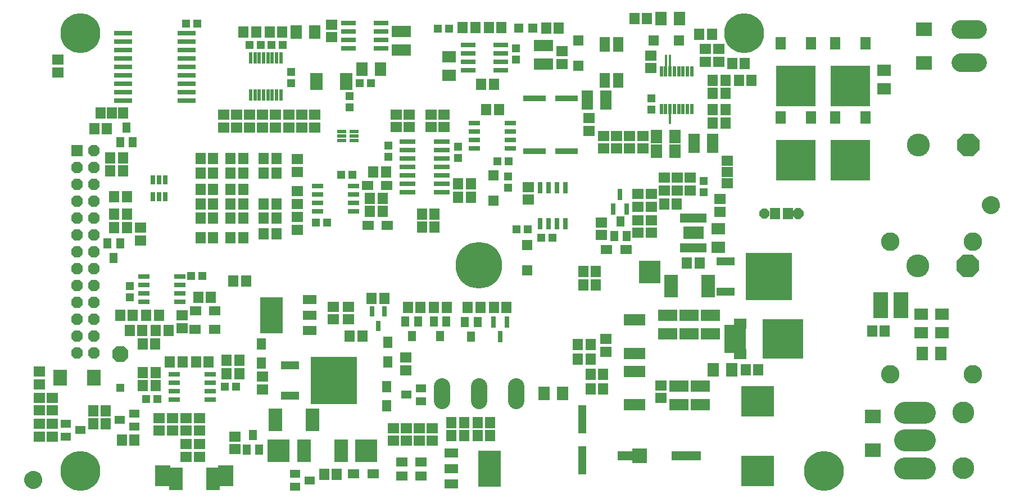
<source format=gts>
G75*
G70*
%OFA0B0*%
%FSLAX24Y24*%
%IPPOS*%
%LPD*%
%AMOC8*
5,1,8,0,0,1.08239X$1,22.5*
%
%ADD10R,0.1275X0.1700*%
%ADD11C,0.0120*%
%ADD12C,0.0140*%
%ADD13R,0.0671X0.0552*%
%ADD14R,0.0513X0.0474*%
%ADD15R,0.0671X0.0592*%
%ADD16R,0.0592X0.0671*%
%ADD17R,0.1143X0.0710*%
%ADD18R,0.0760X0.0270*%
%ADD19R,0.0474X0.0513*%
%ADD20R,0.0218X0.0710*%
%ADD21R,0.1080X0.0300*%
%ADD22R,0.0710X0.0790*%
%ADD23C,0.0973*%
%ADD24C,0.2759*%
%ADD25R,0.0552X0.0671*%
%ADD26R,0.0830X0.0530*%
%ADD27R,0.1375X0.2125*%
%ADD28R,0.0690X0.0316*%
%ADD29R,0.0474X0.0631*%
%ADD30R,0.0631X0.0474*%
%ADD31R,0.0789X0.1340*%
%ADD32R,0.0300X0.0680*%
%ADD33R,0.0300X0.0600*%
%ADD34R,0.1060X0.0450*%
%ADD35R,0.2770X0.2850*%
%ADD36R,0.0710X0.0789*%
%ADD37R,0.0860X0.0300*%
%ADD38R,0.0674X0.0674*%
%ADD39OC8,0.0674*%
%ADD40R,0.2444X0.2365*%
%ADD41R,0.0749X0.0592*%
%ADD42R,0.0789X0.0710*%
%ADD43R,0.1280X0.0680*%
%ADD44R,0.0260X0.0580*%
%ADD45R,0.1240X0.0770*%
%ADD46R,0.1360X0.0380*%
%ADD47R,0.0710X0.1143*%
%ADD48R,0.0790X0.0710*%
%ADD49R,0.0552X0.0552*%
%ADD50R,0.0631X0.0631*%
%ADD51R,0.0220X0.0640*%
%ADD52C,0.1360*%
%ADD53OC8,0.1360*%
%ADD54R,0.2365X0.2444*%
%ADD55R,0.0592X0.0749*%
%ADD56R,0.0316X0.0690*%
%ADD57R,0.0540X0.0220*%
%ADD58R,0.0300X0.0580*%
%ADD59R,0.0946X0.0316*%
%ADD60C,0.1100*%
%ADD61R,0.0510X0.1680*%
%ADD62R,0.0946X0.0789*%
%ADD63R,0.0789X0.0946*%
%ADD64OC8,0.0946*%
%ADD65R,0.0516X0.0516*%
%ADD66R,0.0909X0.1539*%
%ADD67R,0.0631X0.0907*%
%ADD68OC8,0.0640*%
%ADD69OC8,0.0600*%
%ADD70R,0.1939X0.1841*%
%ADD71C,0.1100*%
%ADD72R,0.1720X0.0550*%
%ADD73C,0.0050*%
%ADD74C,0.1299*%
%ADD75C,0.1299*%
%ADD76R,0.0516X0.0516*%
%ADD77C,0.2365*%
D10*
X049053Y044397D03*
D11*
X045190Y057172D02*
X045190Y057972D01*
D12*
X045165Y060247D02*
X045165Y061172D01*
X044940Y061172D02*
X044940Y060247D01*
D13*
X028386Y053497D03*
X027244Y053497D03*
X027269Y051122D03*
X028411Y051122D03*
X018186Y046047D03*
X017044Y046047D03*
X017019Y044947D03*
X018161Y044947D03*
X029269Y037097D03*
X029269Y036247D03*
X030411Y036247D03*
X030411Y037097D03*
X027561Y036372D03*
X026419Y036372D03*
X041419Y049672D03*
X042561Y049672D03*
D14*
X038200Y050372D03*
X037531Y050372D03*
X035590Y053337D03*
X035590Y054006D03*
X035600Y054922D03*
X034931Y054922D03*
X026350Y054122D03*
X025681Y054122D03*
X024850Y051272D03*
X024181Y051272D03*
X017450Y048122D03*
X016781Y048122D03*
X018781Y041547D03*
X019450Y041547D03*
X014775Y040822D03*
X014106Y040822D03*
X026781Y059547D03*
X027450Y059547D03*
X022200Y061822D03*
X021531Y061822D03*
X020900Y061822D03*
X020231Y061822D03*
X017150Y063097D03*
X016481Y063097D03*
D15*
X008890Y060946D03*
X008890Y060198D03*
X018715Y057671D03*
X018715Y056923D03*
X019465Y056923D03*
X019465Y057671D03*
X020240Y057671D03*
X020240Y056923D03*
X021015Y056923D03*
X021015Y057671D03*
X021790Y057671D03*
X021790Y056923D03*
X022565Y056923D03*
X022565Y057671D03*
X023340Y057671D03*
X023340Y056923D03*
X024115Y056923D03*
X024115Y057671D03*
X023065Y055046D03*
X023065Y054298D03*
X023065Y053146D03*
X023065Y052398D03*
X023065Y051601D03*
X023065Y050853D03*
X025215Y046296D03*
X025215Y045548D03*
X026115Y045548D03*
X026115Y046296D03*
X029515Y043271D03*
X029515Y042523D03*
X029540Y039096D03*
X029540Y038348D03*
X028765Y038348D03*
X028765Y039096D03*
X030315Y039096D03*
X030315Y038348D03*
X031090Y038348D03*
X031090Y039096D03*
X021015Y041398D03*
X021015Y042146D03*
X017290Y039696D03*
X016465Y039696D03*
X015665Y039696D03*
X014865Y039696D03*
X014865Y038948D03*
X015665Y038948D03*
X016465Y038948D03*
X016465Y038146D03*
X016465Y037398D03*
X017290Y037398D03*
X017290Y038146D03*
X017290Y038948D03*
X019365Y038596D03*
X019365Y037848D03*
X008540Y038598D03*
X008540Y039346D03*
X007765Y039346D03*
X007765Y038598D03*
X007765Y040148D03*
X007765Y040896D03*
X008540Y040896D03*
X008540Y040148D03*
X007765Y041698D03*
X007765Y042446D03*
X016240Y045023D03*
X016240Y045771D03*
X013765Y050223D03*
X013765Y050971D03*
X028940Y056948D03*
X028940Y057696D03*
X029715Y057696D03*
X029715Y056948D03*
X031015Y056948D03*
X031015Y057696D03*
X031790Y057696D03*
X031790Y056948D03*
X036765Y053396D03*
X036765Y052648D03*
X041115Y051296D03*
X041115Y050548D03*
X043290Y050673D03*
X043290Y051421D03*
X044065Y051421D03*
X044065Y050673D03*
X044065Y052223D03*
X044065Y052971D03*
X043290Y052971D03*
X043290Y052223D03*
X044840Y053198D03*
X044840Y053946D03*
X045615Y053946D03*
X045615Y053198D03*
X046390Y053198D03*
X046390Y053946D03*
X048565Y053628D03*
X048565Y054297D03*
X048565Y054966D03*
X048140Y052671D03*
X048140Y051923D03*
X043565Y055673D03*
X043565Y056421D03*
X042790Y056421D03*
X042790Y055673D03*
X042015Y055673D03*
X042015Y056421D03*
X041240Y056421D03*
X041240Y055673D03*
X040365Y056723D03*
X040365Y057471D03*
X044040Y060448D03*
X044040Y061196D03*
X047290Y060823D03*
X047290Y061571D03*
X048065Y061571D03*
X048065Y060823D03*
X038790Y060698D03*
X038790Y061446D03*
X025115Y062273D03*
X025115Y063021D03*
X041390Y044371D03*
X041390Y043623D03*
X044640Y041621D03*
X044640Y040873D03*
D16*
X041214Y041422D03*
X040466Y041422D03*
X040466Y042272D03*
X041214Y042272D03*
X040464Y043197D03*
X039716Y043197D03*
X039716Y044047D03*
X040464Y044047D03*
X035489Y046247D03*
X034741Y046247D03*
X033939Y046247D03*
X033191Y046247D03*
X031939Y046247D03*
X031191Y046247D03*
X030389Y046247D03*
X029641Y046247D03*
X028239Y046772D03*
X027491Y046772D03*
X026939Y044547D03*
X026191Y044547D03*
X019639Y043104D03*
X018891Y043104D03*
X018891Y042322D03*
X019639Y042322D03*
X017814Y043022D03*
X017066Y043022D03*
X016264Y043022D03*
X015516Y043022D03*
X014671Y042391D03*
X013923Y042391D03*
X013916Y041610D03*
X014664Y041610D03*
X011714Y040122D03*
X010966Y040122D03*
X010966Y039347D03*
X011714Y039347D03*
X012666Y038372D03*
X013414Y038372D03*
X013912Y044098D03*
X014660Y044098D03*
X014691Y044872D03*
X015439Y044872D03*
X014864Y045772D03*
X014116Y045772D03*
X013314Y045772D03*
X012566Y045772D03*
X013141Y044872D03*
X013889Y044872D03*
X017195Y046866D03*
X017943Y046866D03*
X019291Y047822D03*
X020039Y047822D03*
X019864Y050397D03*
X019116Y050397D03*
X018089Y050397D03*
X017341Y050397D03*
X017341Y051547D03*
X018089Y051547D03*
X018089Y052397D03*
X017341Y052397D03*
X017341Y053242D03*
X018089Y053242D03*
X018089Y054222D03*
X017341Y054222D03*
X019116Y054222D03*
X019864Y054222D03*
X019864Y053242D03*
X019116Y053242D03*
X019116Y052397D03*
X019864Y052397D03*
X019864Y051546D03*
X019116Y051546D03*
X021091Y051547D03*
X021839Y051547D03*
X021839Y052397D03*
X021091Y052397D03*
X021091Y054222D03*
X021839Y054222D03*
X021839Y055072D03*
X021091Y055072D03*
X019864Y055072D03*
X019116Y055072D03*
X018089Y055072D03*
X017341Y055072D03*
X012739Y055122D03*
X011991Y055122D03*
X011991Y054347D03*
X012739Y054347D03*
X012964Y052822D03*
X012216Y052822D03*
X012216Y051772D03*
X012964Y051772D03*
X012964Y050997D03*
X012216Y050997D03*
X021091Y050622D03*
X021839Y050622D03*
X027391Y051947D03*
X028139Y051947D03*
X028139Y052722D03*
X027391Y052722D03*
X030466Y051797D03*
X031214Y051797D03*
X031214Y051022D03*
X030466Y051022D03*
X032616Y052797D03*
X033364Y052797D03*
X033364Y053572D03*
X032616Y053572D03*
X028339Y054297D03*
X027591Y054297D03*
X034291Y057997D03*
X035039Y057997D03*
X034739Y059497D03*
X033991Y059497D03*
X033639Y062847D03*
X032891Y062847D03*
X034441Y062847D03*
X035189Y062847D03*
X037841Y062822D03*
X038589Y062822D03*
X043066Y063372D03*
X043814Y063372D03*
X046916Y062447D03*
X047664Y062447D03*
X048866Y060722D03*
X049614Y060722D03*
X049266Y059722D03*
X050014Y059722D03*
X048464Y059722D03*
X047716Y059722D03*
X047716Y058947D03*
X048464Y058947D03*
X048464Y057972D03*
X047716Y057972D03*
X047716Y057197D03*
X048464Y057197D03*
X045589Y052397D03*
X044841Y052397D03*
X046191Y048872D03*
X046939Y048872D03*
X051416Y051822D03*
X052164Y051822D03*
X040789Y048397D03*
X040041Y048397D03*
X040041Y047597D03*
X040789Y047597D03*
X049666Y042547D03*
X050414Y042547D03*
X057166Y044847D03*
X057914Y044847D03*
X034514Y039422D03*
X033766Y039422D03*
X033766Y038647D03*
X034514Y038647D03*
X032964Y038647D03*
X032216Y038647D03*
X032216Y039422D03*
X032964Y039422D03*
X025414Y036347D03*
X024666Y036347D03*
X011789Y056847D03*
X011041Y056847D03*
X011396Y057797D03*
X012065Y057797D03*
X012735Y057797D03*
X019891Y062597D03*
X020639Y062597D03*
X021441Y062597D03*
X022189Y062597D03*
D17*
X029240Y062623D03*
X029240Y061521D03*
X037665Y061773D03*
X037665Y060671D03*
X045040Y045798D03*
X045040Y044696D03*
X046315Y044696D03*
X046315Y045798D03*
X047590Y045798D03*
X047590Y044696D03*
X046990Y041598D03*
X046990Y040496D03*
X045715Y040496D03*
X045715Y041598D03*
D18*
X025970Y059267D03*
X025970Y059517D03*
X025970Y059777D03*
X025970Y060027D03*
X024210Y060027D03*
X024210Y059777D03*
X024210Y059517D03*
X024210Y059267D03*
D19*
X022715Y059537D03*
X022715Y060206D03*
X026190Y058781D03*
X026190Y058112D03*
X028490Y055856D03*
X028490Y055187D03*
X032615Y055112D03*
X032615Y055781D03*
X036081Y050872D03*
X036750Y050872D03*
X047165Y053087D03*
X047165Y053756D03*
X044090Y057987D03*
X044090Y058656D03*
X036040Y060962D03*
X036040Y061631D03*
X032075Y062797D03*
X031406Y062797D03*
X013140Y047531D03*
X013140Y046862D03*
D20*
X020310Y058844D03*
X020566Y058844D03*
X020822Y058844D03*
X021077Y058844D03*
X021333Y058844D03*
X021589Y058844D03*
X021845Y058844D03*
X022101Y058844D03*
X022101Y061049D03*
X021845Y061049D03*
X021589Y061049D03*
X021333Y061049D03*
X021077Y061049D03*
X020822Y061049D03*
X020566Y061049D03*
X020310Y061049D03*
D21*
X016495Y061022D03*
X016495Y061522D03*
X016495Y062022D03*
X016495Y062522D03*
X016495Y060522D03*
X016495Y060022D03*
X016495Y059522D03*
X016495Y059022D03*
X016495Y058522D03*
X012735Y058522D03*
X012735Y059022D03*
X012735Y059522D03*
X012735Y060022D03*
X012735Y060522D03*
X012735Y061022D03*
X012735Y061522D03*
X012735Y062022D03*
X012735Y062522D03*
D22*
X023005Y062597D03*
X024125Y062597D03*
X044630Y063372D03*
X045750Y063372D03*
X047730Y042547D03*
X048850Y042547D03*
D23*
X036027Y041590D02*
X036027Y040705D01*
X033827Y040705D02*
X033827Y041590D01*
X031627Y041590D02*
X031627Y040705D01*
D24*
X033827Y048748D03*
D25*
X028440Y044168D03*
X028440Y043026D03*
X028390Y041543D03*
X028390Y040401D03*
X020940Y042951D03*
X020940Y044093D03*
D26*
X023800Y044887D03*
X023800Y045797D03*
X023800Y046707D03*
X032205Y037607D03*
X032205Y036697D03*
X032205Y035787D03*
D27*
X034475Y036697D03*
X021530Y045797D03*
D28*
X016103Y046574D03*
X016103Y047074D03*
X016103Y047574D03*
X016103Y048074D03*
X013977Y048074D03*
X013977Y047574D03*
X013977Y047074D03*
X013977Y046574D03*
X015777Y042299D03*
X015777Y041799D03*
X015777Y041299D03*
X015777Y040799D03*
X017903Y040799D03*
X017903Y041299D03*
X017903Y041799D03*
X017903Y042299D03*
X024277Y051949D03*
X024277Y052449D03*
X024277Y052949D03*
X024277Y053449D03*
X026403Y053449D03*
X026403Y052949D03*
X026403Y052449D03*
X026403Y051949D03*
X033577Y055674D03*
X033577Y056174D03*
X033577Y056674D03*
X033577Y057174D03*
X035703Y057174D03*
X035703Y056674D03*
X035703Y056174D03*
X035703Y055674D03*
D29*
X042240Y051355D03*
X041866Y050489D03*
X042614Y050489D03*
X033764Y045380D03*
X033016Y045380D03*
X031914Y045405D03*
X031166Y045405D03*
X030239Y045430D03*
X029491Y045430D03*
X029865Y044564D03*
X031540Y044539D03*
X033390Y044514D03*
X020814Y037814D03*
X020066Y037814D03*
X020440Y038680D03*
X012190Y049189D03*
X011816Y050055D03*
X012564Y050055D03*
X012566Y056064D03*
X013314Y056064D03*
X012940Y056930D03*
D30*
X029557Y041072D03*
X030423Y041446D03*
X030423Y040698D03*
X022957Y036371D03*
X022957Y035623D03*
X023823Y035997D03*
X013423Y039198D03*
X013423Y039946D03*
X012557Y039572D03*
X010223Y038972D03*
X009357Y039346D03*
X009357Y038598D03*
D31*
X015863Y036097D03*
X018068Y036097D03*
X023463Y037747D03*
X023993Y039572D03*
X021788Y039572D03*
X025668Y037747D03*
X045238Y047522D03*
X047443Y047522D03*
D32*
X042615Y052097D03*
X041815Y052097D03*
X042215Y052947D03*
X035515Y045372D03*
X034715Y045372D03*
X035115Y044522D03*
D33*
X028235Y046002D03*
X027495Y046002D03*
X027865Y045142D03*
D34*
X022647Y042830D03*
X022647Y041030D03*
X048470Y047172D03*
X048470Y048972D03*
D35*
X051050Y048072D03*
X025227Y041930D03*
D36*
X037714Y041147D03*
X038816Y041147D03*
X060139Y043522D03*
X061241Y043522D03*
X045491Y055522D03*
X044389Y055522D03*
X044389Y056397D03*
X045491Y056397D03*
X028016Y060372D03*
X026914Y060372D03*
D37*
X026120Y061622D03*
X026120Y062122D03*
X026120Y062622D03*
X026120Y063122D03*
X028060Y063122D03*
X028060Y062622D03*
X028060Y062122D03*
X028060Y061622D03*
X033195Y061822D03*
X033195Y061322D03*
X033195Y060822D03*
X033195Y060322D03*
X035135Y060322D03*
X035135Y060822D03*
X035135Y061322D03*
X035135Y061822D03*
D38*
X009997Y055563D03*
D39*
X010997Y055563D03*
X010997Y054563D03*
X009997Y054563D03*
X009997Y053563D03*
X010997Y053563D03*
X010997Y052563D03*
X009997Y052563D03*
X009997Y051563D03*
X010997Y051563D03*
X010997Y050563D03*
X009997Y050563D03*
X009997Y049563D03*
X010997Y049563D03*
X010997Y048563D03*
X009997Y048563D03*
X009997Y047563D03*
X010997Y047563D03*
X010997Y046563D03*
X009997Y046563D03*
X009997Y045563D03*
X010997Y045563D03*
X010997Y044563D03*
X009997Y044563D03*
X009997Y043563D03*
X010997Y043563D03*
D40*
X051864Y044372D03*
D41*
X049329Y045271D03*
X049329Y043472D03*
D42*
X060065Y044746D03*
X060065Y045848D03*
X061315Y045848D03*
X061315Y044746D03*
X048040Y049821D03*
X048040Y050923D03*
X032065Y060021D03*
X032065Y061123D03*
D43*
X043065Y045512D03*
X043065Y043532D03*
X043065Y042462D03*
X043065Y040482D03*
D44*
X045923Y049792D03*
X046179Y049792D03*
X046435Y049792D03*
X046695Y049792D03*
X046951Y049792D03*
X047207Y049792D03*
X047207Y051552D03*
X046951Y051552D03*
X046695Y051552D03*
X046435Y051552D03*
X046179Y051552D03*
X045923Y051552D03*
D45*
X046565Y050672D03*
D46*
X039040Y055522D03*
X037140Y055522D03*
X037140Y058647D03*
X039040Y058647D03*
D47*
X040264Y058547D03*
X041366Y058547D03*
X046614Y055972D03*
X047716Y055972D03*
D48*
X057890Y059212D03*
X057890Y060332D03*
D49*
X037029Y062822D03*
X036202Y062822D03*
D50*
X039740Y062070D03*
X039740Y060574D03*
X044217Y062072D03*
X045713Y062072D03*
X034715Y054070D03*
X034715Y052574D03*
X036715Y049945D03*
X036715Y048449D03*
D51*
X044665Y058002D03*
X044925Y058002D03*
X045185Y058002D03*
X045435Y058002D03*
X045695Y058002D03*
X045945Y058002D03*
X046205Y058002D03*
X046465Y058002D03*
X046465Y060242D03*
X046205Y060242D03*
X045945Y060242D03*
X045695Y060242D03*
X045435Y060242D03*
X045185Y060242D03*
X044925Y060242D03*
X044665Y060242D03*
D52*
X059914Y055872D03*
X059889Y048722D03*
D53*
X062842Y048722D03*
X062867Y055872D03*
D54*
X055890Y054973D03*
X052640Y054973D03*
X052640Y059398D03*
X055890Y059398D03*
D55*
X054991Y057508D03*
X056790Y057508D03*
X053540Y057508D03*
X051741Y057508D03*
X051741Y061933D03*
X053540Y061933D03*
X054991Y061933D03*
X056790Y061933D03*
D56*
X038992Y053335D03*
X038492Y053335D03*
X037992Y053335D03*
X037492Y053335D03*
X037492Y051209D03*
X037992Y051209D03*
X038492Y051209D03*
X038992Y051209D03*
D57*
X026435Y056162D03*
X026435Y056422D03*
X026435Y056682D03*
X025695Y056682D03*
X025695Y056422D03*
X025695Y056162D03*
D58*
X015235Y053832D03*
X014865Y053832D03*
X014495Y053832D03*
X014495Y052812D03*
X014865Y052812D03*
X015235Y052812D03*
D59*
X029620Y053072D03*
X029620Y053572D03*
X029620Y054072D03*
X029620Y054572D03*
X029620Y055072D03*
X029620Y055572D03*
X029620Y056072D03*
X031660Y056072D03*
X031660Y055572D03*
X031660Y055072D03*
X031660Y054572D03*
X031660Y054072D03*
X031660Y053572D03*
X031660Y053072D03*
D60*
X062415Y060772D02*
X063415Y060772D01*
X063415Y062740D02*
X062415Y062740D01*
D61*
X039965Y039627D03*
X039965Y037167D03*
D62*
X057215Y037768D03*
X057215Y039776D03*
X060240Y060743D03*
X060240Y062751D03*
D63*
X011019Y042097D03*
X009011Y042097D03*
D64*
X012590Y043497D03*
D65*
X012590Y041497D03*
D66*
X057690Y046372D03*
X058890Y046372D03*
D67*
X042109Y059709D03*
X041322Y059709D03*
X041322Y061835D03*
X042109Y061835D03*
D68*
X052790Y051822D03*
D69*
X050790Y051822D03*
D70*
X050390Y040689D03*
X050390Y036547D03*
D71*
X058230Y042285D03*
X063151Y042285D03*
X063151Y050159D03*
X058230Y050159D03*
D72*
X046140Y037447D03*
X042940Y037447D03*
D73*
X007328Y035529D02*
X007244Y035552D01*
X007165Y035589D01*
X007094Y035639D01*
X007032Y035700D01*
X006982Y035772D01*
X006945Y035851D01*
X006923Y035935D01*
X006915Y036022D01*
X006923Y036109D01*
X006945Y036193D01*
X006982Y036272D01*
X007032Y036343D01*
X007094Y036405D01*
X007165Y036455D01*
X007244Y036492D01*
X007328Y036514D01*
X007415Y036522D01*
X007502Y036514D01*
X007586Y036492D01*
X007665Y036455D01*
X007737Y036405D01*
X007798Y036343D01*
X007848Y036272D01*
X007885Y036193D01*
X007908Y036109D01*
X007915Y036022D01*
X007908Y035935D01*
X007885Y035851D01*
X007848Y035772D01*
X007798Y035700D01*
X007737Y035639D01*
X007665Y035589D01*
X007586Y035552D01*
X007502Y035529D01*
X007415Y035522D01*
X007328Y035529D01*
X007241Y035554D02*
X007589Y035554D01*
X007684Y035602D02*
X007146Y035602D01*
X007082Y035651D02*
X007748Y035651D01*
X007797Y035699D02*
X007034Y035699D01*
X006999Y035748D02*
X007831Y035748D01*
X007860Y035796D02*
X006971Y035796D01*
X006948Y035845D02*
X007882Y035845D01*
X007896Y035893D02*
X006934Y035893D01*
X006922Y035942D02*
X007908Y035942D01*
X007912Y035990D02*
X006918Y035990D01*
X006917Y036039D02*
X007914Y036039D01*
X007910Y036087D02*
X006921Y036087D01*
X006930Y036136D02*
X007900Y036136D01*
X007887Y036184D02*
X006943Y036184D01*
X006964Y036233D02*
X007867Y036233D01*
X007842Y036281D02*
X006989Y036281D01*
X007023Y036330D02*
X007808Y036330D01*
X007763Y036378D02*
X007067Y036378D01*
X007125Y036427D02*
X007706Y036427D01*
X007622Y036475D02*
X007208Y036475D01*
X063745Y052151D02*
X063723Y052235D01*
X063715Y052322D01*
X063723Y052409D01*
X063745Y052493D01*
X063782Y052572D01*
X063832Y052643D01*
X063894Y052705D01*
X063965Y052755D01*
X064044Y052792D01*
X064128Y052814D01*
X064215Y052822D01*
X064302Y052814D01*
X064386Y052792D01*
X064465Y052755D01*
X064537Y052705D01*
X064598Y052643D01*
X064648Y052572D01*
X064685Y052493D01*
X064708Y052409D01*
X064715Y052322D01*
X064708Y052235D01*
X064685Y052151D01*
X064648Y052072D01*
X064598Y052000D01*
X064537Y051939D01*
X064465Y051889D01*
X064386Y051852D01*
X064302Y051829D01*
X064215Y051822D01*
X064128Y051829D01*
X064044Y051852D01*
X063965Y051889D01*
X063894Y051939D01*
X063832Y052000D01*
X063782Y052072D01*
X063745Y052151D01*
X063750Y052141D02*
X064680Y052141D01*
X064695Y052189D02*
X063735Y052189D01*
X063723Y052238D02*
X064708Y052238D01*
X064712Y052286D02*
X063718Y052286D01*
X063716Y052335D02*
X064714Y052335D01*
X064710Y052383D02*
X063721Y052383D01*
X063729Y052432D02*
X064701Y052432D01*
X064688Y052480D02*
X063742Y052480D01*
X063762Y052529D02*
X064668Y052529D01*
X064645Y052577D02*
X063786Y052577D01*
X063820Y052626D02*
X064611Y052626D01*
X064567Y052674D02*
X063863Y052674D01*
X063919Y052723D02*
X064511Y052723D01*
X064430Y052771D02*
X064000Y052771D01*
X064189Y052820D02*
X064241Y052820D01*
X064658Y052092D02*
X063773Y052092D01*
X063802Y052044D02*
X064628Y052044D01*
X064593Y051995D02*
X063838Y051995D01*
X063886Y051947D02*
X064544Y051947D01*
X064478Y051898D02*
X063952Y051898D01*
X064053Y051850D02*
X064377Y051850D01*
D74*
X060281Y040022D02*
X059100Y040022D01*
X059100Y038368D02*
X060281Y038368D01*
X060281Y036715D02*
X059100Y036715D01*
D75*
X062564Y036715D03*
X062564Y040022D03*
D76*
X043590Y037647D03*
X043590Y037247D03*
X043165Y037247D03*
X043165Y037647D03*
X027590Y037747D03*
X027165Y037747D03*
X026740Y037747D03*
X026740Y038172D03*
X027165Y038172D03*
X027590Y038172D03*
X027590Y037322D03*
X027165Y037322D03*
X026740Y037322D03*
X022390Y037322D03*
X021965Y037322D03*
X021540Y037322D03*
X021540Y037747D03*
X021540Y038172D03*
X021965Y038172D03*
X021965Y037747D03*
X022390Y037747D03*
X022390Y038172D03*
X019040Y036647D03*
X019040Y036272D03*
X019040Y035897D03*
X018615Y035897D03*
X018615Y036272D03*
X018615Y036647D03*
X015315Y036647D03*
X015315Y036272D03*
X015315Y035897D03*
X014890Y035897D03*
X014890Y036272D03*
X014890Y036647D03*
X043590Y047922D03*
X043990Y047922D03*
X044390Y047922D03*
X044390Y048347D03*
X043990Y048347D03*
X043590Y048347D03*
X043590Y048772D03*
X043990Y048772D03*
X044390Y048772D03*
D77*
X054299Y036543D03*
X010205Y036543D03*
X010205Y062527D03*
X049575Y062527D03*
M02*

</source>
